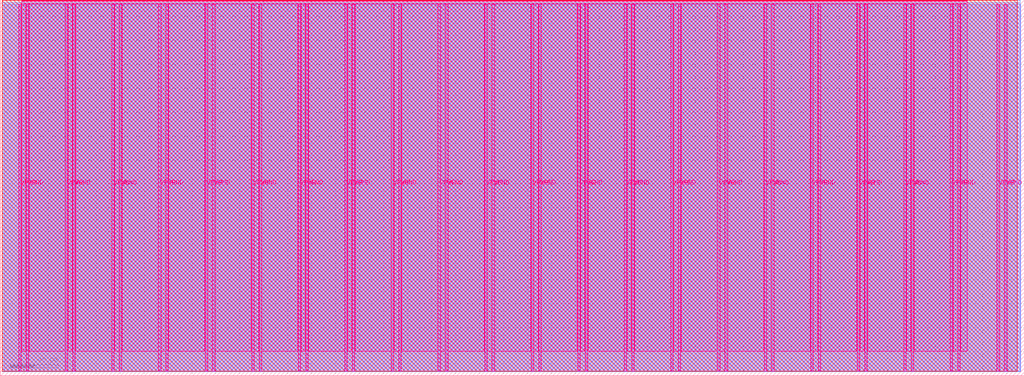
<source format=lef>
VERSION 5.7 ;
  NOWIREEXTENSIONATPIN ON ;
  DIVIDERCHAR "/" ;
  BUSBITCHARS "[]" ;
MACRO tt_um_urish_sic1
  CLASS BLOCK ;
  FOREIGN tt_um_urish_sic1 ;
  ORIGIN 0.000 0.000 ;
  SIZE 854.400 BY 313.740 ;
  PIN VGND
    DIRECTION INOUT ;
    USE GROUND ;
    PORT
      LAYER Metal5 ;
        RECT 21.580 3.560 23.780 310.180 ;
    END
    PORT
      LAYER Metal5 ;
        RECT 60.450 3.560 62.650 310.180 ;
    END
    PORT
      LAYER Metal5 ;
        RECT 99.320 3.560 101.520 310.180 ;
    END
    PORT
      LAYER Metal5 ;
        RECT 138.190 3.560 140.390 310.180 ;
    END
    PORT
      LAYER Metal5 ;
        RECT 177.060 3.560 179.260 310.180 ;
    END
    PORT
      LAYER Metal5 ;
        RECT 215.930 3.560 218.130 310.180 ;
    END
    PORT
      LAYER Metal5 ;
        RECT 254.800 3.560 257.000 310.180 ;
    END
    PORT
      LAYER Metal5 ;
        RECT 293.670 3.560 295.870 310.180 ;
    END
    PORT
      LAYER Metal5 ;
        RECT 332.540 3.560 334.740 310.180 ;
    END
    PORT
      LAYER Metal5 ;
        RECT 371.410 3.560 373.610 310.180 ;
    END
    PORT
      LAYER Metal5 ;
        RECT 410.280 3.560 412.480 310.180 ;
    END
    PORT
      LAYER Metal5 ;
        RECT 449.150 3.560 451.350 310.180 ;
    END
    PORT
      LAYER Metal5 ;
        RECT 488.020 3.560 490.220 310.180 ;
    END
    PORT
      LAYER Metal5 ;
        RECT 526.890 3.560 529.090 310.180 ;
    END
    PORT
      LAYER Metal5 ;
        RECT 565.760 3.560 567.960 310.180 ;
    END
    PORT
      LAYER Metal5 ;
        RECT 604.630 3.560 606.830 310.180 ;
    END
    PORT
      LAYER Metal5 ;
        RECT 643.500 3.560 645.700 310.180 ;
    END
    PORT
      LAYER Metal5 ;
        RECT 682.370 3.560 684.570 310.180 ;
    END
    PORT
      LAYER Metal5 ;
        RECT 721.240 3.560 723.440 310.180 ;
    END
    PORT
      LAYER Metal5 ;
        RECT 760.110 3.560 762.310 310.180 ;
    END
    PORT
      LAYER Metal5 ;
        RECT 798.980 3.560 801.180 310.180 ;
    END
    PORT
      LAYER Metal5 ;
        RECT 837.850 3.560 840.050 310.180 ;
    END
  END VGND
  PIN VPWR
    DIRECTION INOUT ;
    USE POWER ;
    PORT
      LAYER Metal5 ;
        RECT 15.380 3.560 17.580 310.180 ;
    END
    PORT
      LAYER Metal5 ;
        RECT 54.250 3.560 56.450 310.180 ;
    END
    PORT
      LAYER Metal5 ;
        RECT 93.120 3.560 95.320 310.180 ;
    END
    PORT
      LAYER Metal5 ;
        RECT 131.990 3.560 134.190 310.180 ;
    END
    PORT
      LAYER Metal5 ;
        RECT 170.860 3.560 173.060 310.180 ;
    END
    PORT
      LAYER Metal5 ;
        RECT 209.730 3.560 211.930 310.180 ;
    END
    PORT
      LAYER Metal5 ;
        RECT 248.600 3.560 250.800 310.180 ;
    END
    PORT
      LAYER Metal5 ;
        RECT 287.470 3.560 289.670 310.180 ;
    END
    PORT
      LAYER Metal5 ;
        RECT 326.340 3.560 328.540 310.180 ;
    END
    PORT
      LAYER Metal5 ;
        RECT 365.210 3.560 367.410 310.180 ;
    END
    PORT
      LAYER Metal5 ;
        RECT 404.080 3.560 406.280 310.180 ;
    END
    PORT
      LAYER Metal5 ;
        RECT 442.950 3.560 445.150 310.180 ;
    END
    PORT
      LAYER Metal5 ;
        RECT 481.820 3.560 484.020 310.180 ;
    END
    PORT
      LAYER Metal5 ;
        RECT 520.690 3.560 522.890 310.180 ;
    END
    PORT
      LAYER Metal5 ;
        RECT 559.560 3.560 561.760 310.180 ;
    END
    PORT
      LAYER Metal5 ;
        RECT 598.430 3.560 600.630 310.180 ;
    END
    PORT
      LAYER Metal5 ;
        RECT 637.300 3.560 639.500 310.180 ;
    END
    PORT
      LAYER Metal5 ;
        RECT 676.170 3.560 678.370 310.180 ;
    END
    PORT
      LAYER Metal5 ;
        RECT 715.040 3.560 717.240 310.180 ;
    END
    PORT
      LAYER Metal5 ;
        RECT 753.910 3.560 756.110 310.180 ;
    END
    PORT
      LAYER Metal5 ;
        RECT 792.780 3.560 794.980 310.180 ;
    END
    PORT
      LAYER Metal5 ;
        RECT 831.650 3.560 833.850 310.180 ;
    END
  END VPWR
  PIN clk
    DIRECTION INPUT ;
    USE SIGNAL ;
    ANTENNAGATEAREA 3.863600 ;
    ANTENNADIFFAREA 12.092400 ;
    PORT
      LAYER Metal5 ;
        RECT 187.050 312.740 187.350 313.740 ;
    END
  END clk
  PIN ena
    DIRECTION INPUT ;
    USE SIGNAL ;
    PORT
      LAYER Metal5 ;
        RECT 190.890 312.740 191.190 313.740 ;
    END
  END ena
  PIN rst_n
    DIRECTION INPUT ;
    USE SIGNAL ;
    ANTENNAGATEAREA 0.426400 ;
    PORT
      LAYER Metal5 ;
        RECT 183.210 312.740 183.510 313.740 ;
    END
  END rst_n
  PIN ui_in[0]
    DIRECTION INPUT ;
    USE SIGNAL ;
    ANTENNAGATEAREA 0.213200 ;
    PORT
      LAYER Metal5 ;
        RECT 179.370 312.740 179.670 313.740 ;
    END
  END ui_in[0]
  PIN ui_in[1]
    DIRECTION INPUT ;
    USE SIGNAL ;
    ANTENNAGATEAREA 0.213200 ;
    PORT
      LAYER Metal5 ;
        RECT 175.530 312.740 175.830 313.740 ;
    END
  END ui_in[1]
  PIN ui_in[2]
    DIRECTION INPUT ;
    USE SIGNAL ;
    ANTENNAGATEAREA 0.213200 ;
    PORT
      LAYER Metal5 ;
        RECT 171.690 312.740 171.990 313.740 ;
    END
  END ui_in[2]
  PIN ui_in[3]
    DIRECTION INPUT ;
    USE SIGNAL ;
    ANTENNAGATEAREA 0.213200 ;
    PORT
      LAYER Metal5 ;
        RECT 167.850 312.740 168.150 313.740 ;
    END
  END ui_in[3]
  PIN ui_in[4]
    DIRECTION INPUT ;
    USE SIGNAL ;
    ANTENNAGATEAREA 0.213200 ;
    PORT
      LAYER Metal5 ;
        RECT 164.010 312.740 164.310 313.740 ;
    END
  END ui_in[4]
  PIN ui_in[5]
    DIRECTION INPUT ;
    USE SIGNAL ;
    ANTENNAGATEAREA 0.213200 ;
    PORT
      LAYER Metal5 ;
        RECT 160.170 312.740 160.470 313.740 ;
    END
  END ui_in[5]
  PIN ui_in[6]
    DIRECTION INPUT ;
    USE SIGNAL ;
    ANTENNAGATEAREA 0.213200 ;
    PORT
      LAYER Metal5 ;
        RECT 156.330 312.740 156.630 313.740 ;
    END
  END ui_in[6]
  PIN ui_in[7]
    DIRECTION INPUT ;
    USE SIGNAL ;
    ANTENNAGATEAREA 0.213200 ;
    PORT
      LAYER Metal5 ;
        RECT 152.490 312.740 152.790 313.740 ;
    END
  END ui_in[7]
  PIN uio_in[0]
    DIRECTION INPUT ;
    USE SIGNAL ;
    ANTENNAGATEAREA 0.180700 ;
    PORT
      LAYER Metal5 ;
        RECT 148.650 312.740 148.950 313.740 ;
    END
  END uio_in[0]
  PIN uio_in[1]
    DIRECTION INPUT ;
    USE SIGNAL ;
    PORT
      LAYER Metal5 ;
        RECT 144.810 312.740 145.110 313.740 ;
    END
  END uio_in[1]
  PIN uio_in[2]
    DIRECTION INPUT ;
    USE SIGNAL ;
    ANTENNAGATEAREA 0.213200 ;
    PORT
      LAYER Metal5 ;
        RECT 140.970 312.740 141.270 313.740 ;
    END
  END uio_in[2]
  PIN uio_in[3]
    DIRECTION INPUT ;
    USE SIGNAL ;
    ANTENNAGATEAREA 0.213200 ;
    PORT
      LAYER Metal5 ;
        RECT 137.130 312.740 137.430 313.740 ;
    END
  END uio_in[3]
  PIN uio_in[4]
    DIRECTION INPUT ;
    USE SIGNAL ;
    PORT
      LAYER Metal5 ;
        RECT 133.290 312.740 133.590 313.740 ;
    END
  END uio_in[4]
  PIN uio_in[5]
    DIRECTION INPUT ;
    USE SIGNAL ;
    ANTENNAGATEAREA 0.314600 ;
    PORT
      LAYER Metal5 ;
        RECT 129.450 312.740 129.750 313.740 ;
    END
  END uio_in[5]
  PIN uio_in[6]
    DIRECTION INPUT ;
    USE SIGNAL ;
    ANTENNAGATEAREA 0.314600 ;
    PORT
      LAYER Metal5 ;
        RECT 125.610 312.740 125.910 313.740 ;
    END
  END uio_in[6]
  PIN uio_in[7]
    DIRECTION INPUT ;
    USE SIGNAL ;
    ANTENNAGATEAREA 0.213200 ;
    PORT
      LAYER Metal5 ;
        RECT 121.770 312.740 122.070 313.740 ;
    END
  END uio_in[7]
  PIN uio_oe[0]
    DIRECTION OUTPUT ;
    USE SIGNAL ;
    ANTENNADIFFAREA 0.299200 ;
    PORT
      LAYER Metal5 ;
        RECT 56.490 312.740 56.790 313.740 ;
    END
  END uio_oe[0]
  PIN uio_oe[1]
    DIRECTION OUTPUT ;
    USE SIGNAL ;
    ANTENNADIFFAREA 0.392700 ;
    PORT
      LAYER Metal5 ;
        RECT 52.650 312.740 52.950 313.740 ;
    END
  END uio_oe[1]
  PIN uio_oe[2]
    DIRECTION OUTPUT ;
    USE SIGNAL ;
    ANTENNADIFFAREA 0.299200 ;
    PORT
      LAYER Metal5 ;
        RECT 48.810 312.740 49.110 313.740 ;
    END
  END uio_oe[2]
  PIN uio_oe[3]
    DIRECTION OUTPUT ;
    USE SIGNAL ;
    ANTENNADIFFAREA 0.299200 ;
    PORT
      LAYER Metal5 ;
        RECT 44.970 312.740 45.270 313.740 ;
    END
  END uio_oe[3]
  PIN uio_oe[4]
    DIRECTION OUTPUT ;
    USE SIGNAL ;
    ANTENNADIFFAREA 0.392700 ;
    PORT
      LAYER Metal5 ;
        RECT 41.130 312.740 41.430 313.740 ;
    END
  END uio_oe[4]
  PIN uio_oe[5]
    DIRECTION OUTPUT ;
    USE SIGNAL ;
    ANTENNADIFFAREA 0.299200 ;
    PORT
      LAYER Metal5 ;
        RECT 37.290 312.740 37.590 313.740 ;
    END
  END uio_oe[5]
  PIN uio_oe[6]
    DIRECTION OUTPUT ;
    USE SIGNAL ;
    ANTENNADIFFAREA 0.299200 ;
    PORT
      LAYER Metal5 ;
        RECT 33.450 312.740 33.750 313.740 ;
    END
  END uio_oe[6]
  PIN uio_oe[7]
    DIRECTION OUTPUT ;
    USE SIGNAL ;
    ANTENNADIFFAREA 0.299200 ;
    PORT
      LAYER Metal5 ;
        RECT 29.610 312.740 29.910 313.740 ;
    END
  END uio_oe[7]
  PIN uio_out[0]
    DIRECTION OUTPUT ;
    USE SIGNAL ;
    ANTENNADIFFAREA 0.299200 ;
    PORT
      LAYER Metal5 ;
        RECT 87.210 312.740 87.510 313.740 ;
    END
  END uio_out[0]
  PIN uio_out[1]
    DIRECTION OUTPUT ;
    USE SIGNAL ;
    ANTENNADIFFAREA 0.706800 ;
    PORT
      LAYER Metal5 ;
        RECT 83.370 312.740 83.670 313.740 ;
    END
  END uio_out[1]
  PIN uio_out[2]
    DIRECTION OUTPUT ;
    USE SIGNAL ;
    ANTENNADIFFAREA 0.299200 ;
    PORT
      LAYER Metal5 ;
        RECT 79.530 312.740 79.830 313.740 ;
    END
  END uio_out[2]
  PIN uio_out[3]
    DIRECTION OUTPUT ;
    USE SIGNAL ;
    ANTENNADIFFAREA 0.299200 ;
    PORT
      LAYER Metal5 ;
        RECT 75.690 312.740 75.990 313.740 ;
    END
  END uio_out[3]
  PIN uio_out[4]
    DIRECTION OUTPUT ;
    USE SIGNAL ;
    ANTENNADIFFAREA 1.413600 ;
    PORT
      LAYER Metal5 ;
        RECT 71.850 312.740 72.150 313.740 ;
    END
  END uio_out[4]
  PIN uio_out[5]
    DIRECTION OUTPUT ;
    USE SIGNAL ;
    ANTENNADIFFAREA 0.299200 ;
    PORT
      LAYER Metal5 ;
        RECT 68.010 312.740 68.310 313.740 ;
    END
  END uio_out[5]
  PIN uio_out[6]
    DIRECTION OUTPUT ;
    USE SIGNAL ;
    ANTENNADIFFAREA 0.299200 ;
    PORT
      LAYER Metal5 ;
        RECT 64.170 312.740 64.470 313.740 ;
    END
  END uio_out[6]
  PIN uio_out[7]
    DIRECTION OUTPUT ;
    USE SIGNAL ;
    ANTENNADIFFAREA 0.299200 ;
    PORT
      LAYER Metal5 ;
        RECT 60.330 312.740 60.630 313.740 ;
    END
  END uio_out[7]
  PIN uo_out[0]
    DIRECTION OUTPUT ;
    USE SIGNAL ;
    ANTENNADIFFAREA 0.712400 ;
    PORT
      LAYER Metal5 ;
        RECT 117.930 312.740 118.230 313.740 ;
    END
  END uo_out[0]
  PIN uo_out[1]
    DIRECTION OUTPUT ;
    USE SIGNAL ;
    ANTENNADIFFAREA 0.988000 ;
    PORT
      LAYER Metal5 ;
        RECT 114.090 312.740 114.390 313.740 ;
    END
  END uo_out[1]
  PIN uo_out[2]
    DIRECTION OUTPUT ;
    USE SIGNAL ;
    ANTENNADIFFAREA 0.712400 ;
    PORT
      LAYER Metal5 ;
        RECT 110.250 312.740 110.550 313.740 ;
    END
  END uo_out[2]
  PIN uo_out[3]
    DIRECTION OUTPUT ;
    USE SIGNAL ;
    ANTENNADIFFAREA 0.988000 ;
    PORT
      LAYER Metal5 ;
        RECT 106.410 312.740 106.710 313.740 ;
    END
  END uo_out[3]
  PIN uo_out[4]
    DIRECTION OUTPUT ;
    USE SIGNAL ;
    ANTENNADIFFAREA 0.712400 ;
    PORT
      LAYER Metal5 ;
        RECT 102.570 312.740 102.870 313.740 ;
    END
  END uo_out[4]
  PIN uo_out[5]
    DIRECTION OUTPUT ;
    USE SIGNAL ;
    ANTENNADIFFAREA 0.712400 ;
    PORT
      LAYER Metal5 ;
        RECT 98.730 312.740 99.030 313.740 ;
    END
  END uo_out[5]
  PIN uo_out[6]
    DIRECTION OUTPUT ;
    USE SIGNAL ;
    ANTENNADIFFAREA 0.651000 ;
    PORT
      LAYER Metal5 ;
        RECT 94.890 312.740 95.190 313.740 ;
    END
  END uo_out[6]
  PIN uo_out[7]
    DIRECTION OUTPUT ;
    USE SIGNAL ;
    ANTENNADIFFAREA 0.988000 ;
    PORT
      LAYER Metal5 ;
        RECT 91.050 312.740 91.350 313.740 ;
    END
  END uo_out[7]
  OBS
      LAYER GatPoly ;
        RECT 2.880 3.630 851.520 310.110 ;
      LAYER Metal1 ;
        RECT 2.880 3.560 851.520 310.180 ;
      LAYER Metal2 ;
        RECT 1.775 3.260 851.185 311.320 ;
      LAYER Metal3 ;
        RECT 1.820 3.215 851.140 313.465 ;
      LAYER Metal4 ;
        RECT 1.775 3.680 848.785 313.420 ;
      LAYER Metal5 ;
        RECT 18.140 312.530 29.400 312.740 ;
        RECT 30.120 312.530 33.240 312.740 ;
        RECT 33.960 312.530 37.080 312.740 ;
        RECT 37.800 312.530 40.920 312.740 ;
        RECT 41.640 312.530 44.760 312.740 ;
        RECT 45.480 312.530 48.600 312.740 ;
        RECT 49.320 312.530 52.440 312.740 ;
        RECT 53.160 312.530 56.280 312.740 ;
        RECT 57.000 312.530 60.120 312.740 ;
        RECT 60.840 312.530 63.960 312.740 ;
        RECT 64.680 312.530 67.800 312.740 ;
        RECT 68.520 312.530 71.640 312.740 ;
        RECT 72.360 312.530 75.480 312.740 ;
        RECT 76.200 312.530 79.320 312.740 ;
        RECT 80.040 312.530 83.160 312.740 ;
        RECT 83.880 312.530 87.000 312.740 ;
        RECT 87.720 312.530 90.840 312.740 ;
        RECT 91.560 312.530 94.680 312.740 ;
        RECT 95.400 312.530 98.520 312.740 ;
        RECT 99.240 312.530 102.360 312.740 ;
        RECT 103.080 312.530 106.200 312.740 ;
        RECT 106.920 312.530 110.040 312.740 ;
        RECT 110.760 312.530 113.880 312.740 ;
        RECT 114.600 312.530 117.720 312.740 ;
        RECT 118.440 312.530 121.560 312.740 ;
        RECT 122.280 312.530 125.400 312.740 ;
        RECT 126.120 312.530 129.240 312.740 ;
        RECT 129.960 312.530 133.080 312.740 ;
        RECT 133.800 312.530 136.920 312.740 ;
        RECT 137.640 312.530 140.760 312.740 ;
        RECT 141.480 312.530 144.600 312.740 ;
        RECT 145.320 312.530 148.440 312.740 ;
        RECT 149.160 312.530 152.280 312.740 ;
        RECT 153.000 312.530 156.120 312.740 ;
        RECT 156.840 312.530 159.960 312.740 ;
        RECT 160.680 312.530 163.800 312.740 ;
        RECT 164.520 312.530 167.640 312.740 ;
        RECT 168.360 312.530 171.480 312.740 ;
        RECT 172.200 312.530 175.320 312.740 ;
        RECT 176.040 312.530 179.160 312.740 ;
        RECT 179.880 312.530 183.000 312.740 ;
        RECT 183.720 312.530 186.840 312.740 ;
        RECT 187.560 312.530 190.680 312.740 ;
        RECT 191.400 312.530 806.980 312.740 ;
        RECT 18.140 310.390 806.980 312.530 ;
        RECT 18.140 20.435 21.370 310.390 ;
        RECT 23.990 20.435 54.040 310.390 ;
        RECT 56.660 20.435 60.240 310.390 ;
        RECT 62.860 20.435 92.910 310.390 ;
        RECT 95.530 20.435 99.110 310.390 ;
        RECT 101.730 20.435 131.780 310.390 ;
        RECT 134.400 20.435 137.980 310.390 ;
        RECT 140.600 20.435 170.650 310.390 ;
        RECT 173.270 20.435 176.850 310.390 ;
        RECT 179.470 20.435 209.520 310.390 ;
        RECT 212.140 20.435 215.720 310.390 ;
        RECT 218.340 20.435 248.390 310.390 ;
        RECT 251.010 20.435 254.590 310.390 ;
        RECT 257.210 20.435 287.260 310.390 ;
        RECT 289.880 20.435 293.460 310.390 ;
        RECT 296.080 20.435 326.130 310.390 ;
        RECT 328.750 20.435 332.330 310.390 ;
        RECT 334.950 20.435 365.000 310.390 ;
        RECT 367.620 20.435 371.200 310.390 ;
        RECT 373.820 20.435 403.870 310.390 ;
        RECT 406.490 20.435 410.070 310.390 ;
        RECT 412.690 20.435 442.740 310.390 ;
        RECT 445.360 20.435 448.940 310.390 ;
        RECT 451.560 20.435 481.610 310.390 ;
        RECT 484.230 20.435 487.810 310.390 ;
        RECT 490.430 20.435 520.480 310.390 ;
        RECT 523.100 20.435 526.680 310.390 ;
        RECT 529.300 20.435 559.350 310.390 ;
        RECT 561.970 20.435 565.550 310.390 ;
        RECT 568.170 20.435 598.220 310.390 ;
        RECT 600.840 20.435 604.420 310.390 ;
        RECT 607.040 20.435 637.090 310.390 ;
        RECT 639.710 20.435 643.290 310.390 ;
        RECT 645.910 20.435 675.960 310.390 ;
        RECT 678.580 20.435 682.160 310.390 ;
        RECT 684.780 20.435 714.830 310.390 ;
        RECT 717.450 20.435 721.030 310.390 ;
        RECT 723.650 20.435 753.700 310.390 ;
        RECT 756.320 20.435 759.900 310.390 ;
        RECT 762.520 20.435 792.570 310.390 ;
        RECT 795.190 20.435 798.770 310.390 ;
        RECT 801.390 20.435 806.980 310.390 ;
  END
END tt_um_urish_sic1
END LIBRARY


</source>
